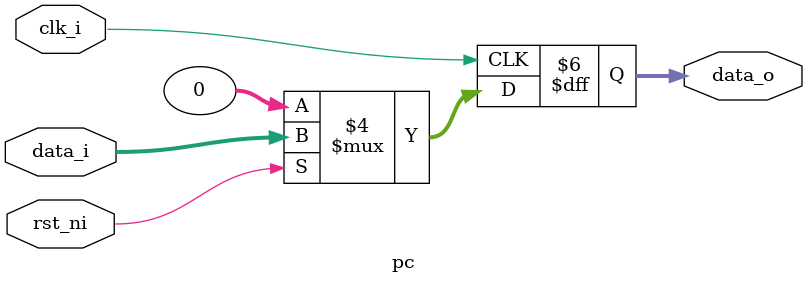
<source format=sv>
module pc( // Program Counter
	input logic [31:0] data_i,
	//input logic WE_i, // Write Enable
	input logic clk_i,
	input logic rst_ni,
	output logic [31:0] data_o
	);
	
	//logic [31:0] mem;
	//logic [31:0] pc;
	
	//mux2to1_32bit MU0(mem, data_i, WE_i, pc);
	
	always_ff @(posedge clk_i) begin
		//if (WE_i) data_o <= data_i;
		if (~rst_ni) data_o <= 32'b0;
		else data_o <= data_i;
		//mem <= data_o;
	end
	
endmodule

</source>
